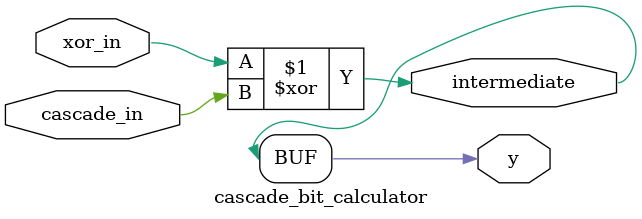
<source format=sv>
module xor_recursive(
    input [7:0] a, 
    input [7:0] b, 
    output [7:0] y
);
    // 阶段1: 计算按位异或
    wire [7:0] ab_xor;
    bit_xor_stage bit_xor_inst (
        .a(a),
        .b(b),
        .ab_xor(ab_xor)
    );
    
    // 阶段2: 计算级联异或
    cascade_xor_stage cascade_xor_inst (
        .ab_xor(ab_xor),
        .y(y)
    );
endmodule

// 阶段1: 按位异或计算模块
module bit_xor_stage(
    input [7:0] a,
    input [7:0] b,
    output [7:0] ab_xor
);
    // 并行计算每个位的异或结果
    assign ab_xor = a ^ b;
endmodule

// 阶段2: 级联异或计算模块
module cascade_xor_stage(
    input [7:0] ab_xor,
    output [7:0] y
);
    // 中间结果缓存以减少重复计算，提高PPA指标
    wire [7:0] intermediate;
    
    // 使用参数化设计的子模块计算每一位的级联异或
    cascade_bit_calculator bit0_calc (
        .xor_in(ab_xor[0:0]),
        .cascade_in(1'b0),
        .y(y[0]),
        .intermediate(intermediate[0])
    );
    
    genvar i;
    generate
        for (i = 1; i < 8; i = i + 1) begin : gen_cascade_bits
            cascade_bit_calculator bit_calc (
                .xor_in(ab_xor[i:i]),
                .cascade_in(intermediate[i-1]),
                .y(y[i]),
                .intermediate(intermediate[i])
            );
        end
    endgenerate
endmodule

// 单比特级联异或计算器
module cascade_bit_calculator(
    input [0:0] xor_in,
    input cascade_in,
    output y,
    output intermediate
);
    // 计算当前位的级联异或结果
    assign intermediate = xor_in[0] ^ cascade_in;
    assign y = intermediate;
endmodule
</source>
